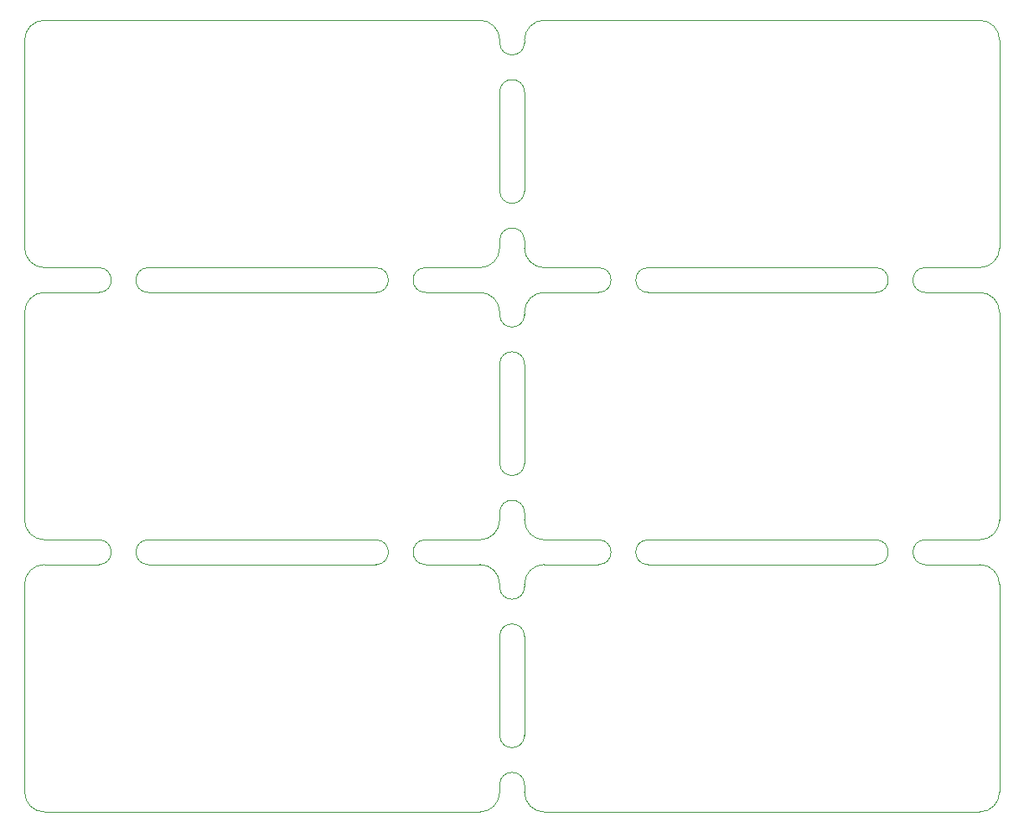
<source format=gm1>
%TF.GenerationSoftware,KiCad,Pcbnew,(5.1.10-1-10_14)*%
%TF.CreationDate,2021-09-25T17:20:03-04:00*%
%TF.ProjectId,pannel,70616e6e-656c-42e6-9b69-6361645f7063,rev?*%
%TF.SameCoordinates,Original*%
%TF.FileFunction,Profile,NP*%
%FSLAX46Y46*%
G04 Gerber Fmt 4.6, Leading zero omitted, Abs format (unit mm)*
G04 Created by KiCad (PCBNEW (5.1.10-1-10_14)) date 2021-09-25 17:20:03*
%MOMM*%
%LPD*%
G01*
G04 APERTURE LIST*
%TA.AperFunction,Profile*%
%ADD10C,0.050000*%
%TD*%
G04 APERTURE END LIST*
D10*
X0Y78000000D02*
X0Y57000000D01*
X48000000Y57000000D02*
G75*
G02*
X46000000Y55000000I-2000000J0D01*
G01*
X46000000Y80000000D02*
G75*
G02*
X48000000Y78000000I0J-2000000D01*
G01*
X0Y78000000D02*
G75*
G02*
X2000000Y80000000I2000000J0D01*
G01*
X2000000Y55000000D02*
G75*
G02*
X0Y57000000I0J2000000D01*
G01*
X52500000Y55000000D02*
G75*
G02*
X50500000Y57000000I0J2000000D01*
G01*
X98500000Y57000000D02*
X98500000Y78000000D01*
X48000000Y57500000D02*
X48000000Y57750000D01*
X35500000Y55000000D02*
X12500000Y55000000D01*
X58000000Y80000000D02*
X52500000Y80000000D01*
X7500000Y55000000D02*
X2000000Y55000000D01*
X42250000Y80000000D02*
X46000000Y80000000D01*
X2000000Y80000000D02*
X7500000Y80000000D01*
X12500000Y80000000D02*
X37250000Y80000000D01*
X48000000Y57500000D02*
X48000000Y57000000D01*
X50500000Y57000000D02*
X50500000Y57750000D01*
X50500000Y62750000D02*
X50500000Y72750000D01*
X98500000Y57000000D02*
G75*
G02*
X96500000Y55000000I-2000000J0D01*
G01*
X96500000Y80000000D02*
G75*
G02*
X98500000Y78000000I0J-2000000D01*
G01*
X50500000Y78000000D02*
G75*
G02*
X52500000Y80000000I2000000J0D01*
G01*
X58000000Y55000000D02*
X52500000Y55000000D01*
X91000000Y55000000D02*
X96500000Y55000000D01*
X48000000Y72500000D02*
X48000000Y62750000D01*
X91000000Y52500000D02*
G75*
G02*
X91000000Y55000000I0J1250000D01*
G01*
X58000000Y55000000D02*
G75*
G02*
X58000000Y52500000I0J-1250000D01*
G01*
X63000000Y52500000D02*
G75*
G02*
X63000000Y55000000I0J1250000D01*
G01*
X48000000Y72750000D02*
G75*
G02*
X50500000Y72750000I1250000J0D01*
G01*
X50500000Y77750000D02*
G75*
G02*
X48000000Y77750000I-1250000J0D01*
G01*
X50500000Y62750000D02*
G75*
G02*
X48000000Y62750000I-1250000J0D01*
G01*
X48000000Y57750000D02*
G75*
G02*
X50500000Y57750000I1250000J0D01*
G01*
X50500000Y50250000D02*
G75*
G02*
X48000000Y50250000I-1250000J0D01*
G01*
X48000000Y45250000D02*
G75*
G02*
X50500000Y45250000I1250000J0D01*
G01*
X48000000Y30250000D02*
G75*
G02*
X50500000Y30250000I1250000J0D01*
G01*
X50500000Y35250000D02*
G75*
G02*
X48000000Y35250000I-1250000J0D01*
G01*
X50500000Y7750000D02*
G75*
G02*
X48000000Y7750000I-1250000J0D01*
G01*
X48000000Y2750000D02*
G75*
G02*
X50500000Y2750000I1250000J0D01*
G01*
X48000000Y17750000D02*
G75*
G02*
X50500000Y17750000I1250000J0D01*
G01*
X50500000Y22750000D02*
G75*
G02*
X48000000Y22750000I-1250000J0D01*
G01*
X12500000Y80000000D02*
X7500000Y80000000D01*
X42250000Y80000000D02*
X37250000Y80000000D01*
X63000000Y80000000D02*
X58000000Y80000000D01*
X87750000Y0D02*
X92750000Y0D01*
X58000000Y0D02*
X63000000Y0D01*
X37250000Y0D02*
X42250000Y0D01*
X12500000Y0D02*
X7500000Y0D01*
X40500000Y55000000D02*
X46000000Y55000000D01*
X50500000Y77750000D02*
X50500000Y78000000D01*
X48000000Y72500000D02*
X48000000Y72750000D01*
X48000000Y77750000D02*
X48000000Y78000000D01*
X92750000Y80000000D02*
X96500000Y80000000D01*
X86000000Y55000000D02*
X63000000Y55000000D01*
X58000000Y0D02*
X52500000Y0D01*
X7500000Y0D02*
X2000000Y0D01*
X37250000Y0D02*
X12500000Y0D01*
X42250000Y0D02*
X46000000Y0D01*
X48000000Y2500000D02*
X48000000Y2750000D01*
X48000000Y17500000D02*
X48000000Y17750000D01*
X50500000Y7750000D02*
X50500000Y17750000D01*
X50500000Y2000000D02*
X50500000Y2750000D01*
X48000000Y2500000D02*
X48000000Y2000000D01*
X48000000Y17500000D02*
X48000000Y7750000D01*
X98500000Y2000000D02*
G75*
G02*
X96500000Y0I-2000000J0D01*
G01*
X52500000Y0D02*
G75*
G02*
X50500000Y2000000I0J2000000D01*
G01*
X98500000Y2000000D02*
X98500000Y23000000D01*
X0Y23000000D02*
X0Y2000000D01*
X48000000Y2000000D02*
G75*
G02*
X46000000Y0I-2000000J0D01*
G01*
X2000000Y0D02*
G75*
G02*
X0Y2000000I0J2000000D01*
G01*
X92750000Y80000000D02*
X63000000Y80000000D01*
X86000000Y55000000D02*
G75*
G02*
X86000000Y52500000I0J-1250000D01*
G01*
X48000000Y50250000D02*
X48000000Y50500000D01*
X91000000Y52500000D02*
X96500000Y52500000D01*
X48000000Y45000000D02*
X48000000Y35250000D01*
X50500000Y35250000D02*
X50500000Y45250000D01*
X96500000Y52500000D02*
G75*
G02*
X98500000Y50500000I0J-2000000D01*
G01*
X50500000Y50500000D02*
G75*
G02*
X52500000Y52500000I2000000J0D01*
G01*
X98500000Y29500000D02*
X98500000Y50500000D01*
X58000000Y52500000D02*
X52500000Y52500000D01*
X40500000Y52500000D02*
X46000000Y52500000D01*
X12500000Y52500000D02*
G75*
G02*
X12500000Y55000000I0J1250000D01*
G01*
X2000000Y52500000D02*
X7500000Y52500000D01*
X35500000Y55000000D02*
G75*
G02*
X35500000Y52500000I0J-1250000D01*
G01*
X7500000Y55000000D02*
G75*
G02*
X7500000Y52500000I0J-1250000D01*
G01*
X40500000Y52500000D02*
G75*
G02*
X40500000Y55000000I0J1250000D01*
G01*
X12500000Y52500000D02*
X35500000Y52500000D01*
X63000000Y52500000D02*
X86000000Y52500000D01*
X0Y50500000D02*
X0Y29500000D01*
X46000000Y52500000D02*
G75*
G02*
X48000000Y50500000I0J-2000000D01*
G01*
X0Y50500000D02*
G75*
G02*
X2000000Y52500000I2000000J0D01*
G01*
X92750000Y0D02*
X96500000Y0D01*
X87750000Y0D02*
X63000000Y0D01*
X50500000Y50250000D02*
X50500000Y50500000D01*
X48000000Y45000000D02*
X48000000Y45250000D01*
X40500000Y25000000D02*
X46000000Y25000000D01*
X58000000Y25000000D02*
X52500000Y25000000D01*
X50500000Y23000000D02*
G75*
G02*
X52500000Y25000000I2000000J0D01*
G01*
X96500000Y25000000D02*
G75*
G02*
X98500000Y23000000I0J-2000000D01*
G01*
X91000000Y25000000D02*
X96500000Y25000000D01*
X35500000Y27500000D02*
G75*
G02*
X35500000Y25000000I0J-1250000D01*
G01*
X2000000Y25000000D02*
X7500000Y25000000D01*
X12500000Y25000000D02*
G75*
G02*
X12500000Y27500000I0J1250000D01*
G01*
X86000000Y27500000D02*
X63000000Y27500000D01*
X40500000Y27500000D02*
X46000000Y27500000D01*
X63000000Y25000000D02*
G75*
G02*
X63000000Y27500000I0J1250000D01*
G01*
X58000000Y27500000D02*
G75*
G02*
X58000000Y25000000I0J-1250000D01*
G01*
X91000000Y25000000D02*
G75*
G02*
X91000000Y27500000I0J1250000D01*
G01*
X86000000Y27500000D02*
G75*
G02*
X86000000Y25000000I0J-1250000D01*
G01*
X0Y23000000D02*
G75*
G02*
X2000000Y25000000I2000000J0D01*
G01*
X46000000Y25000000D02*
G75*
G02*
X48000000Y23000000I0J-2000000D01*
G01*
X63000000Y25000000D02*
X86000000Y25000000D01*
X12500000Y25000000D02*
X35500000Y25000000D01*
X40500000Y25000000D02*
G75*
G02*
X40500000Y27500000I0J1250000D01*
G01*
X7500000Y27500000D02*
G75*
G02*
X7500000Y25000000I0J-1250000D01*
G01*
X48000000Y30000000D02*
X48000000Y30250000D01*
X50500000Y29500000D02*
X50500000Y30250000D01*
X50500000Y22750000D02*
X50500000Y23000000D01*
X48000000Y23000000D02*
X48000000Y22750000D01*
X2000000Y27500000D02*
G75*
G02*
X0Y29500000I0J2000000D01*
G01*
X48000000Y29500000D02*
G75*
G02*
X46000000Y27500000I-2000000J0D01*
G01*
X48000000Y30000000D02*
X48000000Y29500000D01*
X7500000Y27500000D02*
X2000000Y27500000D01*
X35500000Y27500000D02*
X12500000Y27500000D01*
X52500000Y27500000D02*
G75*
G02*
X50500000Y29500000I0J2000000D01*
G01*
X98500000Y29500000D02*
G75*
G02*
X96500000Y27500000I-2000000J0D01*
G01*
X91000000Y27500000D02*
X96500000Y27500000D01*
X58000000Y27500000D02*
X52500000Y27500000D01*
M02*

</source>
